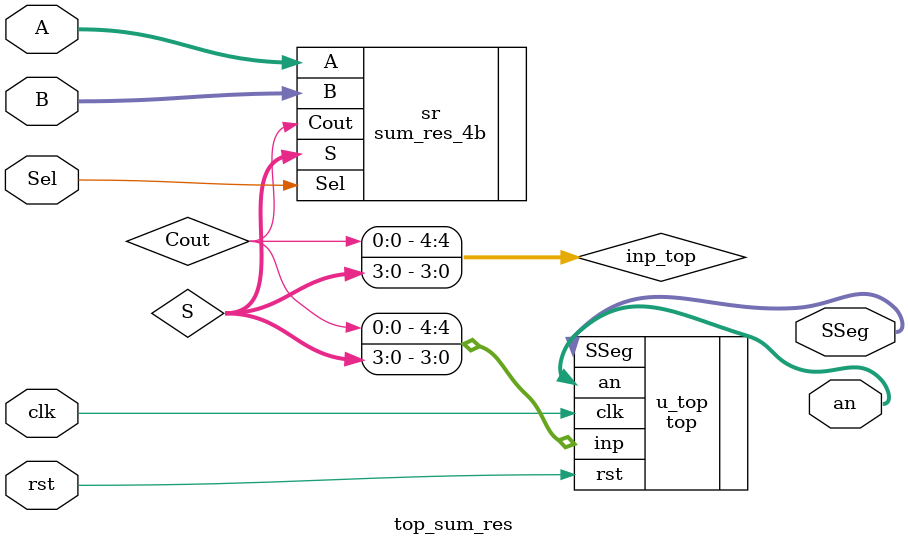
<source format=v>
`include "src/sum_res_4b.v"
`include "src/top.v"

module top_sum_res(
    input [3:0] A,
    input [3:0] B,
    input Sel,
    input clk,
    input rst,
    output [0:6] SSeg,
    output [3:0] an
    );

    wire Cout;
    wire [3:0] S;
    wire [4:0] inp_top;

    assign inp_top = {Cout, S};

    sum_res_4b sr (
        .A(A),
        .B(B),
        .Sel(Sel),
        .Cout(Cout),
        .S(S)
    );

    top u_top (
        .inp(inp_top),
        .clk(clk),
        .rst(rst),
        .SSeg(SSeg),
        .an(an)
    );

endmodule
</source>
